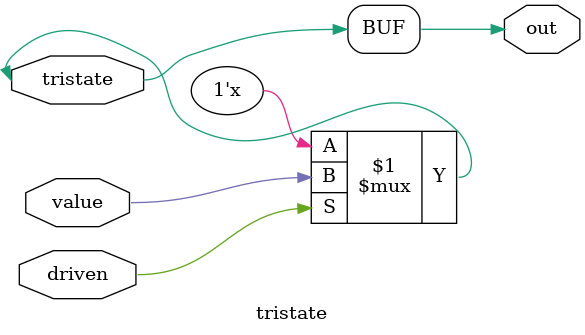
<source format=v>

module tristate #(
		parameter WIDTH = 1
	) (
		inout wire[WIDTH-1:0] tristate,

		output wire[WIDTH-1:0] out,
		input wire[WIDTH-1:0] value,
		input wire driven
	);

	assign tristate = driven ? value : {WIDTH{1'bZ}};
	assign out = tristate;
endmodule

</source>
